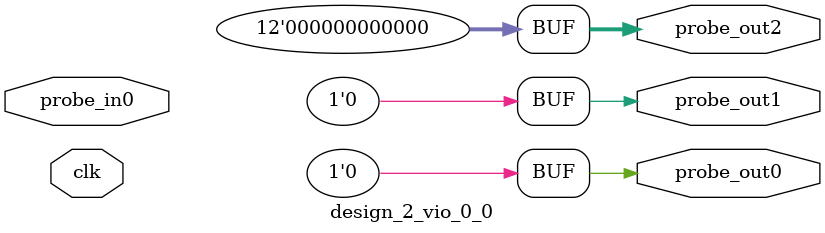
<source format=v>
`timescale 1ns / 1ps
module design_2_vio_0_0 (
clk,
probe_in0,
probe_out0,
probe_out1,
probe_out2
);

input clk;
input [0 : 0] probe_in0;

output reg [0 : 0] probe_out0 = 'h0 ;
output reg [0 : 0] probe_out1 = 'h0 ;
output reg [11 : 0] probe_out2 = 'h000 ;


endmodule

</source>
